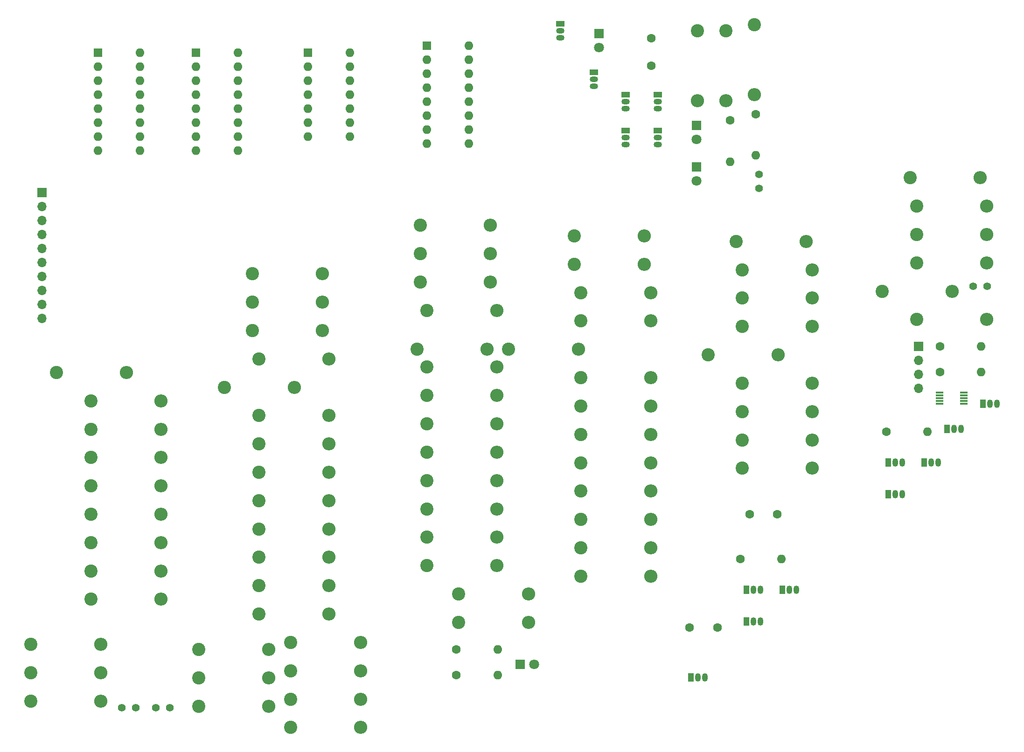
<source format=gbr>
%TF.GenerationSoftware,KiCad,Pcbnew,(6.0.0)*%
%TF.CreationDate,2022-01-19T00:58:26+00:00*%
%TF.ProjectId,dual_lm13700_dcvca,6475616c-5f6c-46d3-9133-3730305f6463,rev?*%
%TF.SameCoordinates,Original*%
%TF.FileFunction,Copper,L1,Top*%
%TF.FilePolarity,Positive*%
%FSLAX46Y46*%
G04 Gerber Fmt 4.6, Leading zero omitted, Abs format (unit mm)*
G04 Created by KiCad (PCBNEW (6.0.0)) date 2022-01-19 00:58:26*
%MOMM*%
%LPD*%
G01*
G04 APERTURE LIST*
%TA.AperFunction,SMDPad,CuDef*%
%ADD10R,1.400000X0.300000*%
%TD*%
%TA.AperFunction,ComponentPad*%
%ADD11R,1.500000X1.050000*%
%TD*%
%TA.AperFunction,ComponentPad*%
%ADD12O,1.500000X1.050000*%
%TD*%
%TA.AperFunction,ComponentPad*%
%ADD13O,1.600000X1.600000*%
%TD*%
%TA.AperFunction,ComponentPad*%
%ADD14R,1.600000X1.600000*%
%TD*%
%TA.AperFunction,ComponentPad*%
%ADD15O,2.400000X2.400000*%
%TD*%
%TA.AperFunction,ComponentPad*%
%ADD16C,2.400000*%
%TD*%
%TA.AperFunction,ComponentPad*%
%ADD17R,1.050000X1.500000*%
%TD*%
%TA.AperFunction,ComponentPad*%
%ADD18O,1.050000X1.500000*%
%TD*%
%TA.AperFunction,ComponentPad*%
%ADD19C,1.400000*%
%TD*%
%TA.AperFunction,ComponentPad*%
%ADD20O,1.700000X1.700000*%
%TD*%
%TA.AperFunction,ComponentPad*%
%ADD21R,1.700000X1.700000*%
%TD*%
%TA.AperFunction,ComponentPad*%
%ADD22C,1.800000*%
%TD*%
%TA.AperFunction,ComponentPad*%
%ADD23R,1.800000X1.800000*%
%TD*%
%TA.AperFunction,ComponentPad*%
%ADD24C,1.600000*%
%TD*%
G04 APERTURE END LIST*
D10*
%TO.P,U9,10,VSS*%
%TO.N,GND*%
X187620000Y-82040000D03*
%TO.P,U9,9,VOUTD*%
%TO.N,Net-(R59-Pad2)*%
X187620000Y-82540000D03*
%TO.P,U9,8,VOUTC*%
%TO.N,Net-(R54-Pad1)*%
X187620000Y-83040000D03*
%TO.P,U9,7,VOUTB*%
%TO.N,Net-(R22-Pad2)*%
X187620000Y-83540000D03*
%TO.P,U9,6,VOUTA*%
%TO.N,Net-(R17-Pad1)*%
X187620000Y-84040000D03*
%TO.P,U9,5,RDY/~{BSY}*%
%TO.N,unconnected-(U9-Pad5)*%
X183220000Y-84040000D03*
%TO.P,U9,4,~{LDAC}*%
%TO.N,unconnected-(U9-Pad4)*%
X183220000Y-83540000D03*
%TO.P,U9,3,SDA*%
%TO.N,/DAC_Data*%
X183220000Y-83040000D03*
%TO.P,U9,2,SCL*%
%TO.N,/DAC_Clock*%
X183220000Y-82540000D03*
%TO.P,U9,1,VDD*%
%TO.N,+5V*%
X183220000Y-82040000D03*
%TD*%
D11*
%TO.P,U6,1,VO*%
%TO.N,+5V*%
X126290000Y-27940000D03*
D12*
%TO.P,U6,3,VI*%
%TO.N,+9V*%
X126290000Y-30480000D03*
%TO.P,U6,2,GND*%
%TO.N,GND*%
X126290000Y-29210000D03*
%TD*%
D13*
%TO.P,U5,16*%
%TO.N,Net-(R54-Pad2)*%
X38100000Y-20320000D03*
%TO.P,U5,8*%
%TO.N,Net-(R40-Pad2)*%
X30480000Y-38100000D03*
%TO.P,U5,15,DIODE_BIAS*%
%TO.N,Net-(R45-Pad2)*%
X38100000Y-22860000D03*
%TO.P,U5,7*%
%TO.N,Net-(C10-Pad2)*%
X30480000Y-35560000D03*
%TO.P,U5,14,+*%
%TO.N,Net-(R44-Pad1)*%
X38100000Y-25400000D03*
%TO.P,U5,6,V-*%
%TO.N,GND*%
X30480000Y-33020000D03*
%TO.P,U5,13,-*%
%TO.N,Net-(R42-Pad2)*%
X38100000Y-27940000D03*
%TO.P,U5,5*%
%TO.N,Net-(C10-Pad2)*%
X30480000Y-30480000D03*
%TO.P,U5,12*%
%TO.N,Net-(C8-Pad2)*%
X38100000Y-30480000D03*
%TO.P,U5,4,-*%
%TO.N,Net-(R64-Pad1)*%
X30480000Y-27940000D03*
%TO.P,U5,11,V+*%
%TO.N,+9V*%
X38100000Y-33020000D03*
%TO.P,U5,3,+*%
%TO.N,Net-(R68-Pad1)*%
X30480000Y-25400000D03*
%TO.P,U5,10*%
%TO.N,Net-(C8-Pad2)*%
X38100000Y-35560000D03*
%TO.P,U5,2,DIODE_BIAS*%
%TO.N,Net-(R69-Pad1)*%
X30480000Y-22860000D03*
%TO.P,U5,9*%
%TO.N,Net-(Q10-Pad1)*%
X38100000Y-38100000D03*
D14*
%TO.P,U5,1*%
%TO.N,Net-(R75-Pad2)*%
X30480000Y-20320000D03*
%TD*%
D13*
%TO.P,U4,14*%
%TO.N,Net-(U4-Pad13)*%
X76200000Y-20320000D03*
%TO.P,U4,7*%
%TO.N,Net-(U4-Pad7)*%
X68580000Y-35560000D03*
%TO.P,U4,13,-*%
%TO.N,Net-(U4-Pad13)*%
X76200000Y-22860000D03*
%TO.P,U4,6,-*%
%TO.N,Net-(U4-Pad6)*%
X68580000Y-33020000D03*
%TO.P,U4,12,+*%
%TO.N,+5V*%
X76200000Y-25400000D03*
%TO.P,U4,5,+*%
X68580000Y-30480000D03*
%TO.P,U4,11,V-*%
%TO.N,GND*%
X76200000Y-27940000D03*
%TO.P,U4,4,V+*%
%TO.N,+9V*%
X68580000Y-27940000D03*
%TO.P,U4,10,+*%
%TO.N,+5V*%
X76200000Y-30480000D03*
%TO.P,U4,3,+*%
%TO.N,Net-(U4-Pad3)*%
X68580000Y-25400000D03*
%TO.P,U4,9,-*%
%TO.N,Net-(U4-Pad9)*%
X76200000Y-33020000D03*
%TO.P,U4,2,-*%
%TO.N,Net-(U4-Pad1)*%
X68580000Y-22860000D03*
%TO.P,U4,8*%
%TO.N,Net-(U4-Pad8)*%
X76200000Y-35560000D03*
D14*
%TO.P,U4,1*%
%TO.N,Net-(U4-Pad1)*%
X68580000Y-20320000D03*
%TD*%
D11*
%TO.P,U3,1,VO*%
%TO.N,/Digital5v*%
X132080000Y-27940000D03*
D12*
%TO.P,U3,3,VI*%
%TO.N,+9V*%
X132080000Y-30480000D03*
%TO.P,U3,2,GND*%
%TO.N,GND*%
X132080000Y-29210000D03*
%TD*%
D13*
%TO.P,U2,16*%
%TO.N,Net-(U2-Pad16)*%
X55880000Y-20320000D03*
%TO.P,U2,8*%
%TO.N,Net-(R51-Pad1)*%
X48260000Y-38100000D03*
%TO.P,U2,15,DIODE_BIAS*%
%TO.N,unconnected-(U2-Pad15)*%
X55880000Y-22860000D03*
%TO.P,U2,7*%
%TO.N,Net-(D3-Pad1)*%
X48260000Y-35560000D03*
%TO.P,U2,14,+*%
%TO.N,Net-(U2-Pad14)*%
X55880000Y-25400000D03*
%TO.P,U2,6,V-*%
%TO.N,GND*%
X48260000Y-33020000D03*
%TO.P,U2,13,-*%
%TO.N,Net-(U2-Pad13)*%
X55880000Y-27940000D03*
%TO.P,U2,5*%
%TO.N,Net-(D3-Pad1)*%
X48260000Y-30480000D03*
%TO.P,U2,12*%
%TO.N,Net-(U2-Pad12)*%
X55880000Y-30480000D03*
%TO.P,U2,4,-*%
%TO.N,Net-(JP3-Pad1)*%
X48260000Y-27940000D03*
%TO.P,U2,11,V+*%
%TO.N,+9V*%
X55880000Y-33020000D03*
%TO.P,U2,3,+*%
%TO.N,Net-(JP4-Pad2)*%
X48260000Y-25400000D03*
%TO.P,U2,10*%
%TO.N,Net-(U2-Pad12)*%
X55880000Y-35560000D03*
%TO.P,U2,2,DIODE_BIAS*%
%TO.N,unconnected-(U2-Pad2)*%
X48260000Y-22860000D03*
%TO.P,U2,9*%
%TO.N,Net-(U2-Pad9)*%
X55880000Y-38100000D03*
D14*
%TO.P,U2,1*%
%TO.N,Net-(R59-Pad1)*%
X48260000Y-20320000D03*
%TD*%
D13*
%TO.P,U1,16*%
%TO.N,Net-(U1-Pad16)*%
X97800000Y-19065000D03*
%TO.P,U1,8*%
%TO.N,Net-(U1-Pad8)*%
X90180000Y-36845000D03*
%TO.P,U1,15,DIODE_BIAS*%
%TO.N,Net-(U1-Pad15)*%
X97800000Y-21605000D03*
%TO.P,U1,7*%
%TO.N,Net-(U1-Pad5)*%
X90180000Y-34305000D03*
%TO.P,U1,14,+*%
%TO.N,Net-(U1-Pad14)*%
X97800000Y-24145000D03*
%TO.P,U1,6,V-*%
%TO.N,GND*%
X90180000Y-31765000D03*
%TO.P,U1,13,-*%
%TO.N,Net-(U1-Pad13)*%
X97800000Y-26685000D03*
%TO.P,U1,5*%
%TO.N,Net-(U1-Pad5)*%
X90180000Y-29225000D03*
%TO.P,U1,12*%
%TO.N,Net-(U1-Pad12)*%
X97800000Y-29225000D03*
%TO.P,U1,4,-*%
%TO.N,Net-(U1-Pad4)*%
X90180000Y-26685000D03*
%TO.P,U1,11,V+*%
%TO.N,+9V*%
X97800000Y-31765000D03*
%TO.P,U1,3,+*%
%TO.N,Net-(U1-Pad3)*%
X90180000Y-24145000D03*
%TO.P,U1,10*%
%TO.N,Net-(U1-Pad12)*%
X97800000Y-34305000D03*
%TO.P,U1,2,DIODE_BIAS*%
%TO.N,Net-(U1-Pad2)*%
X90180000Y-21605000D03*
%TO.P,U1,9*%
%TO.N,Net-(U1-Pad9)*%
X97800000Y-36845000D03*
D14*
%TO.P,U1,1*%
%TO.N,Net-(U1-Pad1)*%
X90180000Y-19065000D03*
%TD*%
D15*
%TO.P,R78,2*%
%TO.N,Net-(R40-Pad2)*%
X101100000Y-74190000D03*
D16*
%TO.P,R78,1*%
%TO.N,GND*%
X88400000Y-74190000D03*
%TD*%
D15*
%TO.P,R77,2*%
%TO.N,GND*%
X160160000Y-64890000D03*
D16*
%TO.P,R77,1*%
%TO.N,/Output*%
X147460000Y-64890000D03*
%TD*%
%TO.P,R76,1*%
%TO.N,Net-(U4-Pad8)*%
X29210000Y-109290000D03*
D15*
%TO.P,R76,2*%
%TO.N,Net-(U4-Pad9)*%
X41910000Y-109290000D03*
%TD*%
%TO.P,R75,2*%
%TO.N,Net-(R75-Pad2)*%
X102870000Y-103170000D03*
D16*
%TO.P,R75,1*%
%TO.N,Net-(R54-Pad1)*%
X90170000Y-103170000D03*
%TD*%
D15*
%TO.P,R74,2*%
%TO.N,Net-(R40-Pad2)*%
X185570000Y-63640000D03*
D16*
%TO.P,R74,1*%
%TO.N,Net-(Q12-Pad1)*%
X172870000Y-63640000D03*
%TD*%
%TO.P,R73,1*%
%TO.N,+5V*%
X29210000Y-93840000D03*
D15*
%TO.P,R73,2*%
%TO.N,Net-(JP4-Pad2)*%
X41910000Y-93840000D03*
%TD*%
%TO.P,R72,2*%
%TO.N,Net-(JP3-Pad1)*%
X102870000Y-87720000D03*
D16*
%TO.P,R72,1*%
%TO.N,+5V*%
X90170000Y-87720000D03*
%TD*%
D15*
%TO.P,R71,2*%
%TO.N,+5V*%
X191770000Y-53340000D03*
D16*
%TO.P,R71,1*%
%TO.N,Net-(Q12-Pad1)*%
X179070000Y-53340000D03*
%TD*%
%TO.P,R70,1*%
%TO.N,Net-(Q10-Pad1)*%
X29210000Y-98990000D03*
D15*
%TO.P,R70,2*%
%TO.N,Net-(JP3-Pad2)*%
X41910000Y-98990000D03*
%TD*%
%TO.P,R69,2*%
%TO.N,+9V*%
X72390000Y-101670000D03*
D16*
%TO.P,R69,1*%
%TO.N,Net-(R69-Pad1)*%
X59690000Y-101670000D03*
%TD*%
D15*
%TO.P,R68,2*%
%TO.N,+5V*%
X61540000Y-128720000D03*
D16*
%TO.P,R68,1*%
%TO.N,Net-(R68-Pad1)*%
X48840000Y-128720000D03*
%TD*%
D15*
%TO.P,R67,2*%
%TO.N,Net-(D3-Pad2)*%
X78190000Y-142870000D03*
D16*
%TO.P,R67,1*%
%TO.N,Net-(JP3-Pad1)*%
X65490000Y-142870000D03*
%TD*%
D15*
%TO.P,R66,2*%
%TO.N,+9V*%
X102870000Y-67120000D03*
D16*
%TO.P,R66,1*%
%TO.N,Net-(Q13-Pad3)*%
X90170000Y-67120000D03*
%TD*%
D15*
%TO.P,R65,2*%
%TO.N,Net-(R64-Pad1)*%
X130810000Y-105090000D03*
D16*
%TO.P,R65,1*%
%TO.N,+5V*%
X118110000Y-105090000D03*
%TD*%
D15*
%TO.P,R64,2*%
%TO.N,Net-(Q10-Pad1)*%
X41910000Y-83540000D03*
D16*
%TO.P,R64,1*%
%TO.N,Net-(R64-Pad1)*%
X29210000Y-83540000D03*
%TD*%
D15*
%TO.P,R63,2*%
%TO.N,Net-(Q12-Pad3)*%
X72390000Y-117120000D03*
D16*
%TO.P,R63,1*%
%TO.N,Net-(U4-Pad9)*%
X59690000Y-117120000D03*
%TD*%
D15*
%TO.P,R62,2*%
%TO.N,Net-(Q13-Pad2)*%
X130810000Y-89640000D03*
D16*
%TO.P,R62,1*%
%TO.N,/LPb*%
X118110000Y-89640000D03*
%TD*%
D15*
%TO.P,R61,2*%
%TO.N,Net-(Q13-Pad3)*%
X108670000Y-118620000D03*
D16*
%TO.P,R61,1*%
%TO.N,Net-(Q12-Pad2)*%
X95970000Y-118620000D03*
%TD*%
D15*
%TO.P,R60,2*%
%TO.N,Net-(Q10-Pad1)*%
X130810000Y-99940000D03*
D16*
%TO.P,R60,1*%
%TO.N,GND*%
X118110000Y-99940000D03*
%TD*%
%TO.P,R59,1*%
%TO.N,Net-(R59-Pad1)*%
X18360000Y-132940000D03*
D15*
%TO.P,R59,2*%
%TO.N,Net-(R59-Pad2)*%
X31060000Y-132940000D03*
%TD*%
%TO.P,R58,2*%
%TO.N,+9V*%
X108670000Y-123770000D03*
D16*
%TO.P,R58,1*%
%TO.N,Net-(Q11-Pad3)*%
X95970000Y-123770000D03*
%TD*%
D15*
%TO.P,R57,2*%
%TO.N,GND*%
X35710000Y-78390000D03*
D16*
%TO.P,R57,1*%
%TO.N,Net-(D3-Pad1)*%
X23010000Y-78390000D03*
%TD*%
D15*
%TO.P,R56,2*%
%TO.N,Net-(Q10-Pad3)*%
X61540000Y-139020000D03*
D16*
%TO.P,R56,1*%
%TO.N,Net-(U4-Pad9)*%
X48840000Y-139020000D03*
%TD*%
D15*
%TO.P,R55,2*%
%TO.N,Net-(Q11-Pad2)*%
X72390000Y-86220000D03*
D16*
%TO.P,R55,1*%
%TO.N,/BPb*%
X59690000Y-86220000D03*
%TD*%
D15*
%TO.P,R54,2*%
%TO.N,Net-(R54-Pad2)*%
X101720000Y-51670000D03*
D16*
%TO.P,R54,1*%
%TO.N,Net-(R54-Pad1)*%
X89020000Y-51670000D03*
%TD*%
D15*
%TO.P,R53,2*%
%TO.N,Net-(Q11-Pad3)*%
X130810000Y-115390000D03*
D16*
%TO.P,R53,1*%
%TO.N,Net-(Q10-Pad2)*%
X118110000Y-115390000D03*
%TD*%
D15*
%TO.P,R52,2*%
%TO.N,GND*%
X72390000Y-122270000D03*
D16*
%TO.P,R52,1*%
%TO.N,Net-(R51-Pad1)*%
X59690000Y-122270000D03*
%TD*%
D15*
%TO.P,R51,2*%
%TO.N,Net-(Q8-Pad1)*%
X72390000Y-106820000D03*
D16*
%TO.P,R51,1*%
%TO.N,Net-(R51-Pad1)*%
X59690000Y-106820000D03*
%TD*%
D15*
%TO.P,R50,2*%
%TO.N,+9V*%
X78190000Y-132570000D03*
D16*
%TO.P,R50,1*%
%TO.N,Net-(Q9-Pad3)*%
X65490000Y-132570000D03*
%TD*%
%TO.P,R49,1*%
%TO.N,Net-(U4-Pad9)*%
X18360000Y-127790000D03*
D15*
%TO.P,R49,2*%
%TO.N,Net-(Q8-Pad3)*%
X31060000Y-127790000D03*
%TD*%
D16*
%TO.P,R48,1*%
%TO.N,/HPb*%
X29210000Y-119590000D03*
D15*
%TO.P,R48,2*%
%TO.N,Net-(Q9-Pad2)*%
X41910000Y-119590000D03*
%TD*%
%TO.P,R47,2*%
%TO.N,Net-(Q9-Pad3)*%
X71240000Y-70770000D03*
D16*
%TO.P,R47,1*%
%TO.N,Net-(Q8-Pad2)*%
X58540000Y-70770000D03*
%TD*%
D15*
%TO.P,R46,2*%
%TO.N,Net-(Q8-Pad1)*%
X139310000Y-29080000D03*
D16*
%TO.P,R46,1*%
%TO.N,Net-(U4-Pad7)*%
X139310000Y-16380000D03*
%TD*%
%TO.P,R45,1*%
%TO.N,+9V*%
X29210000Y-114440000D03*
D15*
%TO.P,R45,2*%
%TO.N,Net-(R45-Pad2)*%
X41910000Y-114440000D03*
%TD*%
%TO.P,R44,2*%
%TO.N,+5V*%
X117750000Y-74190000D03*
D16*
%TO.P,R44,1*%
%TO.N,Net-(R44-Pad1)*%
X105050000Y-74190000D03*
%TD*%
D15*
%TO.P,R43,2*%
%TO.N,+5V*%
X130810000Y-84490000D03*
D16*
%TO.P,R43,1*%
%TO.N,Net-(R42-Pad2)*%
X118110000Y-84490000D03*
%TD*%
D15*
%TO.P,R42,2*%
%TO.N,Net-(R42-Pad2)*%
X129660000Y-53590000D03*
D16*
%TO.P,R42,1*%
%TO.N,Net-(Q8-Pad1)*%
X116960000Y-53590000D03*
%TD*%
D15*
%TO.P,R41,2*%
%TO.N,Net-(U4-Pad6)*%
X72390000Y-75920000D03*
D16*
%TO.P,R41,1*%
%TO.N,Net-(U4-Pad7)*%
X59690000Y-75920000D03*
%TD*%
D15*
%TO.P,R40,2*%
%TO.N,Net-(R40-Pad2)*%
X130810000Y-79340000D03*
D16*
%TO.P,R40,1*%
%TO.N,Net-(Q8-Pad1)*%
X118110000Y-79340000D03*
%TD*%
D15*
%TO.P,R39,2*%
%TO.N,Net-(U1-Pad8)*%
X78190000Y-127420000D03*
D16*
%TO.P,R39,1*%
%TO.N,GND*%
X65490000Y-127420000D03*
%TD*%
D15*
%TO.P,R38,2*%
%TO.N,Net-(U1-Pad1)*%
X41910000Y-88690000D03*
D16*
%TO.P,R38,1*%
%TO.N,Net-(R17-Pad1)*%
X29210000Y-88690000D03*
%TD*%
D15*
%TO.P,R37,2*%
%TO.N,Net-(U1-Pad8)*%
X72390000Y-111970000D03*
D16*
%TO.P,R37,1*%
%TO.N,Net-(Q6-Pad1)*%
X59690000Y-111970000D03*
%TD*%
D15*
%TO.P,R36,2*%
%TO.N,Net-(U2-Pad14)*%
X160160000Y-90640000D03*
D16*
%TO.P,R36,1*%
%TO.N,+5V*%
X147460000Y-90640000D03*
%TD*%
D15*
%TO.P,R35,2*%
%TO.N,Net-(U2-Pad13)*%
X160160000Y-70040000D03*
D16*
%TO.P,R35,1*%
%TO.N,+5V*%
X147460000Y-70040000D03*
%TD*%
D15*
%TO.P,R34,2*%
%TO.N,+5V*%
X102870000Y-92870000D03*
D16*
%TO.P,R34,1*%
%TO.N,Net-(Q6-Pad1)*%
X90170000Y-92870000D03*
%TD*%
D15*
%TO.P,R33,2*%
%TO.N,Net-(JP1-Pad2)*%
X102870000Y-98020000D03*
D16*
%TO.P,R33,1*%
%TO.N,Net-(U1-Pad9)*%
X90170000Y-98020000D03*
%TD*%
D15*
%TO.P,R32,2*%
%TO.N,+5V*%
X61540000Y-133870000D03*
D16*
%TO.P,R32,1*%
%TO.N,Net-(U1-Pad3)*%
X48840000Y-133870000D03*
%TD*%
D15*
%TO.P,R31,2*%
%TO.N,+9V*%
X153960000Y-75190000D03*
D16*
%TO.P,R31,1*%
%TO.N,Net-(U1-Pad2)*%
X141260000Y-75190000D03*
%TD*%
D15*
%TO.P,R30,2*%
%TO.N,Net-(D1-Pad2)*%
X102870000Y-113470000D03*
D16*
%TO.P,R30,1*%
%TO.N,Net-(U2-Pad13)*%
X90170000Y-113470000D03*
%TD*%
D15*
%TO.P,R29,2*%
%TO.N,+9V*%
X160160000Y-85490000D03*
D16*
%TO.P,R29,1*%
%TO.N,Net-(Q7-Pad3)*%
X147460000Y-85490000D03*
%TD*%
D15*
%TO.P,R28,2*%
%TO.N,Net-(U1-Pad4)*%
X191770000Y-48190000D03*
D16*
%TO.P,R28,1*%
%TO.N,+5V*%
X179070000Y-48190000D03*
%TD*%
D15*
%TO.P,R27,2*%
%TO.N,Net-(U1-Pad9)*%
X78190000Y-137720000D03*
D16*
%TO.P,R27,1*%
%TO.N,Net-(U1-Pad4)*%
X65490000Y-137720000D03*
%TD*%
D15*
%TO.P,R26,2*%
%TO.N,Net-(Q6-Pad3)*%
X160160000Y-59740000D03*
D16*
%TO.P,R26,1*%
%TO.N,Net-(U4-Pad6)*%
X147460000Y-59740000D03*
%TD*%
D15*
%TO.P,R25,2*%
%TO.N,Net-(Q7-Pad2)*%
X66190000Y-81070000D03*
D16*
%TO.P,R25,1*%
%TO.N,/LPa*%
X53490000Y-81070000D03*
%TD*%
D15*
%TO.P,R24,2*%
%TO.N,Net-(Q7-Pad3)*%
X130810000Y-110240000D03*
D16*
%TO.P,R24,1*%
%TO.N,Net-(Q6-Pad2)*%
X118110000Y-110240000D03*
%TD*%
D15*
%TO.P,R23,2*%
%TO.N,Net-(U1-Pad9)*%
X159010000Y-54590000D03*
D16*
%TO.P,R23,1*%
%TO.N,GND*%
X146310000Y-54590000D03*
%TD*%
D15*
%TO.P,R22,2*%
%TO.N,Net-(R22-Pad2)*%
X102870000Y-82570000D03*
D16*
%TO.P,R22,1*%
%TO.N,Net-(U2-Pad16)*%
X90170000Y-82570000D03*
%TD*%
D15*
%TO.P,R21,2*%
%TO.N,+9V*%
X190620000Y-43040000D03*
D16*
%TO.P,R21,1*%
%TO.N,Net-(Q5-Pad3)*%
X177920000Y-43040000D03*
%TD*%
D15*
%TO.P,R20,2*%
%TO.N,GND*%
X160160000Y-80340000D03*
D16*
%TO.P,R20,1*%
%TO.N,Net-(U2-Pad12)*%
X147460000Y-80340000D03*
%TD*%
%TO.P,R19,1*%
%TO.N,Net-(U4-Pad6)*%
X29210000Y-104140000D03*
D15*
%TO.P,R19,2*%
%TO.N,Net-(Q4-Pad3)*%
X41910000Y-104140000D03*
%TD*%
D16*
%TO.P,R18,1*%
%TO.N,/BPa*%
X18360000Y-138090000D03*
D15*
%TO.P,R18,2*%
%TO.N,Net-(Q5-Pad2)*%
X31060000Y-138090000D03*
%TD*%
%TO.P,R17,2*%
%TO.N,Net-(U1-Pad16)*%
X102870000Y-108320000D03*
D16*
%TO.P,R17,1*%
%TO.N,Net-(R17-Pad1)*%
X90170000Y-108320000D03*
%TD*%
D15*
%TO.P,R16,2*%
%TO.N,Net-(Q5-Pad3)*%
X72390000Y-91370000D03*
D16*
%TO.P,R16,1*%
%TO.N,Net-(Q4-Pad2)*%
X59690000Y-91370000D03*
%TD*%
D15*
%TO.P,R15,2*%
%TO.N,GND*%
X101720000Y-56820000D03*
D16*
%TO.P,R15,1*%
%TO.N,Net-(U2-Pad9)*%
X89020000Y-56820000D03*
%TD*%
D15*
%TO.P,R14,2*%
%TO.N,Net-(Q2-Pad1)*%
X130810000Y-69040000D03*
D16*
%TO.P,R14,1*%
%TO.N,Net-(U2-Pad9)*%
X118110000Y-69040000D03*
%TD*%
D15*
%TO.P,R13,2*%
%TO.N,+9V*%
X101720000Y-61970000D03*
D16*
%TO.P,R13,1*%
%TO.N,Net-(Q3-Pad3)*%
X89020000Y-61970000D03*
%TD*%
D15*
%TO.P,R12,2*%
%TO.N,Net-(Q2-Pad3)*%
X191770000Y-58490000D03*
D16*
%TO.P,R12,1*%
%TO.N,Net-(U4-Pad6)*%
X179070000Y-58490000D03*
%TD*%
D15*
%TO.P,R11,2*%
%TO.N,Net-(Q3-Pad2)*%
X130810000Y-94790000D03*
D16*
%TO.P,R11,1*%
%TO.N,/HPa*%
X118110000Y-94790000D03*
%TD*%
D15*
%TO.P,R10,2*%
%TO.N,Net-(Q3-Pad3)*%
X102870000Y-77420000D03*
D16*
%TO.P,R10,1*%
%TO.N,Net-(Q2-Pad2)*%
X90170000Y-77420000D03*
%TD*%
D15*
%TO.P,R9,2*%
%TO.N,Net-(Q2-Pad1)*%
X191770000Y-68790000D03*
D16*
%TO.P,R9,1*%
%TO.N,Net-(U4-Pad1)*%
X179070000Y-68790000D03*
%TD*%
D15*
%TO.P,R8,2*%
%TO.N,Net-(U1-Pad15)*%
X129660000Y-58740000D03*
D16*
%TO.P,R8,1*%
%TO.N,+9V*%
X116960000Y-58740000D03*
%TD*%
D15*
%TO.P,R7,2*%
%TO.N,+5V*%
X72390000Y-96520000D03*
D16*
%TO.P,R7,1*%
%TO.N,Net-(U1-Pad14)*%
X59690000Y-96520000D03*
%TD*%
D15*
%TO.P,R6,2*%
%TO.N,+5V*%
X71240000Y-60470000D03*
D16*
%TO.P,R6,1*%
%TO.N,Net-(U1-Pad13)*%
X58540000Y-60470000D03*
%TD*%
D15*
%TO.P,R5,2*%
%TO.N,Net-(U1-Pad13)*%
X144460000Y-29080000D03*
D16*
%TO.P,R5,1*%
%TO.N,Net-(Q2-Pad1)*%
X144460000Y-16380000D03*
%TD*%
D15*
%TO.P,R4,2*%
%TO.N,Net-(U1-Pad8)*%
X71240000Y-65620000D03*
D16*
%TO.P,R4,1*%
%TO.N,Net-(Q2-Pad1)*%
X58540000Y-65620000D03*
%TD*%
D15*
%TO.P,R3,2*%
%TO.N,Net-(Q1-Pad3)*%
X160160000Y-95790000D03*
D16*
%TO.P,R3,1*%
%TO.N,Net-(C2-Pad1)*%
X147460000Y-95790000D03*
%TD*%
D15*
%TO.P,R2,2*%
%TO.N,Net-(U4-Pad3)*%
X130810000Y-63890000D03*
D16*
%TO.P,R2,1*%
%TO.N,+5V*%
X118110000Y-63890000D03*
%TD*%
D15*
%TO.P,R1,2*%
%TO.N,/Vin*%
X149610000Y-27930000D03*
D16*
%TO.P,R1,1*%
%TO.N,Net-(Q1-Pad3)*%
X149610000Y-15230000D03*
%TD*%
D17*
%TO.P,Q13,1,E*%
%TO.N,GND*%
X154680000Y-117850000D03*
D18*
%TO.P,Q13,3,C*%
%TO.N,Net-(Q13-Pad3)*%
X157220000Y-117850000D03*
%TO.P,Q13,2,B*%
%TO.N,Net-(Q13-Pad2)*%
X155950000Y-117850000D03*
%TD*%
D11*
%TO.P,Q12,1,D*%
%TO.N,Net-(Q12-Pad1)*%
X132080000Y-34450000D03*
D12*
%TO.P,Q12,3,S*%
%TO.N,Net-(Q12-Pad3)*%
X132080000Y-36990000D03*
%TO.P,Q12,2,G*%
%TO.N,Net-(Q12-Pad2)*%
X132080000Y-35720000D03*
%TD*%
D17*
%TO.P,Q11,1,E*%
%TO.N,GND*%
X180490000Y-94720000D03*
D18*
%TO.P,Q11,3,C*%
%TO.N,Net-(Q11-Pad3)*%
X183030000Y-94720000D03*
%TO.P,Q11,2,B*%
%TO.N,Net-(Q11-Pad2)*%
X181760000Y-94720000D03*
%TD*%
D17*
%TO.P,Q10,1,D*%
%TO.N,Net-(Q10-Pad1)*%
X148170000Y-117820000D03*
D18*
%TO.P,Q10,3,S*%
%TO.N,Net-(Q10-Pad3)*%
X150710000Y-117820000D03*
%TO.P,Q10,2,G*%
%TO.N,Net-(Q10-Pad2)*%
X149440000Y-117820000D03*
%TD*%
D11*
%TO.P,Q9,1,E*%
%TO.N,GND*%
X120500000Y-23890000D03*
D12*
%TO.P,Q9,3,C*%
%TO.N,Net-(Q9-Pad3)*%
X120500000Y-26430000D03*
%TO.P,Q9,2,B*%
%TO.N,Net-(Q9-Pad2)*%
X120500000Y-25160000D03*
%TD*%
D11*
%TO.P,Q8,1,D*%
%TO.N,Net-(Q8-Pad1)*%
X126290000Y-34450000D03*
D12*
%TO.P,Q8,3,S*%
%TO.N,Net-(Q8-Pad3)*%
X126290000Y-36990000D03*
%TO.P,Q8,2,G*%
%TO.N,Net-(Q8-Pad2)*%
X126290000Y-35720000D03*
%TD*%
D17*
%TO.P,Q7,1,E*%
%TO.N,GND*%
X148170000Y-123610000D03*
D18*
%TO.P,Q7,3,C*%
%TO.N,Net-(Q7-Pad3)*%
X150710000Y-123610000D03*
%TO.P,Q7,2,B*%
%TO.N,Net-(Q7-Pad2)*%
X149440000Y-123610000D03*
%TD*%
D11*
%TO.P,Q6,1,D*%
%TO.N,Net-(Q6-Pad1)*%
X114380000Y-15040000D03*
D12*
%TO.P,Q6,3,S*%
%TO.N,Net-(Q6-Pad3)*%
X114380000Y-17580000D03*
%TO.P,Q6,2,G*%
%TO.N,Net-(Q6-Pad2)*%
X114380000Y-16310000D03*
%TD*%
D17*
%TO.P,Q5,1,E*%
%TO.N,GND*%
X138120000Y-133770000D03*
D18*
%TO.P,Q5,3,C*%
%TO.N,Net-(Q5-Pad3)*%
X140660000Y-133770000D03*
%TO.P,Q5,2,B*%
%TO.N,Net-(Q5-Pad2)*%
X139390000Y-133770000D03*
%TD*%
D17*
%TO.P,Q4,1,D*%
%TO.N,Net-(U1-Pad9)*%
X173980000Y-94720000D03*
D18*
%TO.P,Q4,3,S*%
%TO.N,Net-(Q4-Pad3)*%
X176520000Y-94720000D03*
%TO.P,Q4,2,G*%
%TO.N,Net-(Q4-Pad2)*%
X175250000Y-94720000D03*
%TD*%
D17*
%TO.P,Q3,1,E*%
%TO.N,GND*%
X184630000Y-88670000D03*
D18*
%TO.P,Q3,3,C*%
%TO.N,Net-(Q3-Pad3)*%
X187170000Y-88670000D03*
%TO.P,Q3,2,B*%
%TO.N,Net-(Q3-Pad2)*%
X185900000Y-88670000D03*
%TD*%
D17*
%TO.P,Q2,1,D*%
%TO.N,Net-(Q2-Pad1)*%
X191140000Y-84060000D03*
D18*
%TO.P,Q2,3,S*%
%TO.N,Net-(Q2-Pad3)*%
X193680000Y-84060000D03*
%TO.P,Q2,2,G*%
%TO.N,Net-(Q2-Pad2)*%
X192410000Y-84060000D03*
%TD*%
D17*
%TO.P,Q1,1,E*%
%TO.N,+9V*%
X173980000Y-100510000D03*
D18*
%TO.P,Q1,3,C*%
%TO.N,Net-(Q1-Pad3)*%
X176520000Y-100510000D03*
%TO.P,Q1,2,B*%
%TO.N,Net-(C2-Pad1)*%
X175250000Y-100510000D03*
%TD*%
D19*
%TO.P,JP4,1,A*%
%TO.N,Net-(JP3-Pad2)*%
X34860000Y-139290000D03*
%TO.P,JP4,2,B*%
%TO.N,Net-(JP4-Pad2)*%
X37400000Y-139290000D03*
%TD*%
%TO.P,JP3,2,B*%
%TO.N,Net-(JP3-Pad2)*%
X43550000Y-139290000D03*
%TO.P,JP3,1,A*%
%TO.N,Net-(JP3-Pad1)*%
X41010000Y-139290000D03*
%TD*%
%TO.P,JP2,2,B*%
%TO.N,Net-(U2-Pad14)*%
X150510000Y-44920000D03*
%TO.P,JP2,1,A*%
%TO.N,Net-(JP1-Pad2)*%
X150510000Y-42380000D03*
%TD*%
%TO.P,JP1,2,B*%
%TO.N,Net-(JP1-Pad2)*%
X191910000Y-62740000D03*
%TO.P,JP1,1,A*%
%TO.N,Net-(U2-Pad13)*%
X189370000Y-62740000D03*
%TD*%
D20*
%TO.P,J2,10,Pin_10*%
%TO.N,/DAC_Data*%
X20320000Y-68580000D03*
%TO.P,J2,9,Pin_9*%
%TO.N,/DAC_Clock*%
X20320000Y-66040000D03*
%TO.P,J2,8,Pin_8*%
%TO.N,/Digital5v*%
X20320000Y-63500000D03*
%TO.P,J2,7,Pin_7*%
%TO.N,GND*%
X20320000Y-60960000D03*
%TO.P,J2,6,Pin_6*%
%TO.N,/LPb*%
X20320000Y-58420000D03*
%TO.P,J2,5,Pin_5*%
%TO.N,/BPb*%
X20320000Y-55880000D03*
%TO.P,J2,4,Pin_4*%
%TO.N,/HPb*%
X20320000Y-53340000D03*
%TO.P,J2,3,Pin_3*%
%TO.N,/LPa*%
X20320000Y-50800000D03*
%TO.P,J2,2,Pin_2*%
%TO.N,/BPa*%
X20320000Y-48260000D03*
D21*
%TO.P,J2,1,Pin_1*%
%TO.N,/HPa*%
X20320000Y-45720000D03*
%TD*%
D20*
%TO.P,J1,4,Pin_4*%
%TO.N,/Output*%
X179420000Y-81310000D03*
%TO.P,J1,3,Pin_3*%
%TO.N,/Input*%
X179420000Y-78770000D03*
%TO.P,J1,2,Pin_2*%
%TO.N,GND*%
X179420000Y-76230000D03*
D21*
%TO.P,J1,1,Pin_1*%
%TO.N,/Vin*%
X179420000Y-73690000D03*
%TD*%
D22*
%TO.P,D4,2,A*%
%TO.N,Net-(D3-Pad1)*%
X121410000Y-19420000D03*
D23*
%TO.P,D4,1,K*%
%TO.N,Net-(D3-Pad2)*%
X121410000Y-16880000D03*
%TD*%
D22*
%TO.P,D3,2,A*%
%TO.N,Net-(D3-Pad2)*%
X109660000Y-131370000D03*
D23*
%TO.P,D3,1,K*%
%TO.N,Net-(D3-Pad1)*%
X107120000Y-131370000D03*
%TD*%
D22*
%TO.P,D2,2,A*%
%TO.N,Net-(U2-Pad12)*%
X139110000Y-43570000D03*
D23*
%TO.P,D2,1,K*%
%TO.N,Net-(D1-Pad2)*%
X139110000Y-41030000D03*
%TD*%
D22*
%TO.P,D1,2,A*%
%TO.N,Net-(D1-Pad2)*%
X139110000Y-36070000D03*
D23*
%TO.P,D1,1,K*%
%TO.N,Net-(U2-Pad12)*%
X139110000Y-33530000D03*
%TD*%
D13*
%TO.P,C11,2*%
%TO.N,Net-(U4-Pad8)*%
X181070000Y-89140000D03*
D24*
%TO.P,C11,1*%
%TO.N,/Output*%
X173570000Y-89140000D03*
%TD*%
D13*
%TO.P,C10,2*%
%TO.N,Net-(C10-Pad2)*%
X190820000Y-73690000D03*
D24*
%TO.P,C10,1*%
%TO.N,GND*%
X183320000Y-73690000D03*
%TD*%
D13*
%TO.P,C9,2*%
%TO.N,Net-(U4-Pad9)*%
X103070000Y-133320000D03*
D24*
%TO.P,C9,1*%
%TO.N,Net-(U4-Pad8)*%
X95570000Y-133320000D03*
%TD*%
D13*
%TO.P,C8,2*%
%TO.N,Net-(C8-Pad2)*%
X145210000Y-40130000D03*
D24*
%TO.P,C8,1*%
%TO.N,GND*%
X145210000Y-32630000D03*
%TD*%
D13*
%TO.P,C7,2*%
%TO.N,Net-(U4-Pad6)*%
X154560000Y-112240000D03*
D24*
%TO.P,C7,1*%
%TO.N,Net-(U4-Pad7)*%
X147060000Y-112240000D03*
%TD*%
D13*
%TO.P,C6,2*%
%TO.N,Net-(U1-Pad5)*%
X190820000Y-78340000D03*
D24*
%TO.P,C6,1*%
%TO.N,GND*%
X183320000Y-78340000D03*
%TD*%
D13*
%TO.P,C5,2*%
%TO.N,Net-(U1-Pad12)*%
X103070000Y-128670000D03*
D24*
%TO.P,C5,1*%
%TO.N,GND*%
X95570000Y-128670000D03*
%TD*%
%TO.P,C4,2*%
%TO.N,GND*%
X142910000Y-124740000D03*
%TO.P,C4,1*%
%TO.N,+5V*%
X137910000Y-124740000D03*
%TD*%
%TO.P,C3,2*%
%TO.N,GND*%
X130960000Y-22680000D03*
%TO.P,C3,1*%
%TO.N,+9V*%
X130960000Y-17680000D03*
%TD*%
%TO.P,C2,2*%
%TO.N,GND*%
X153760000Y-104140000D03*
%TO.P,C2,1*%
%TO.N,Net-(C2-Pad1)*%
X148760000Y-104140000D03*
%TD*%
D13*
%TO.P,C1,2*%
%TO.N,Net-(U4-Pad3)*%
X149860000Y-38980000D03*
D24*
%TO.P,C1,1*%
%TO.N,/Input*%
X149860000Y-31480000D03*
%TD*%
M02*

</source>
